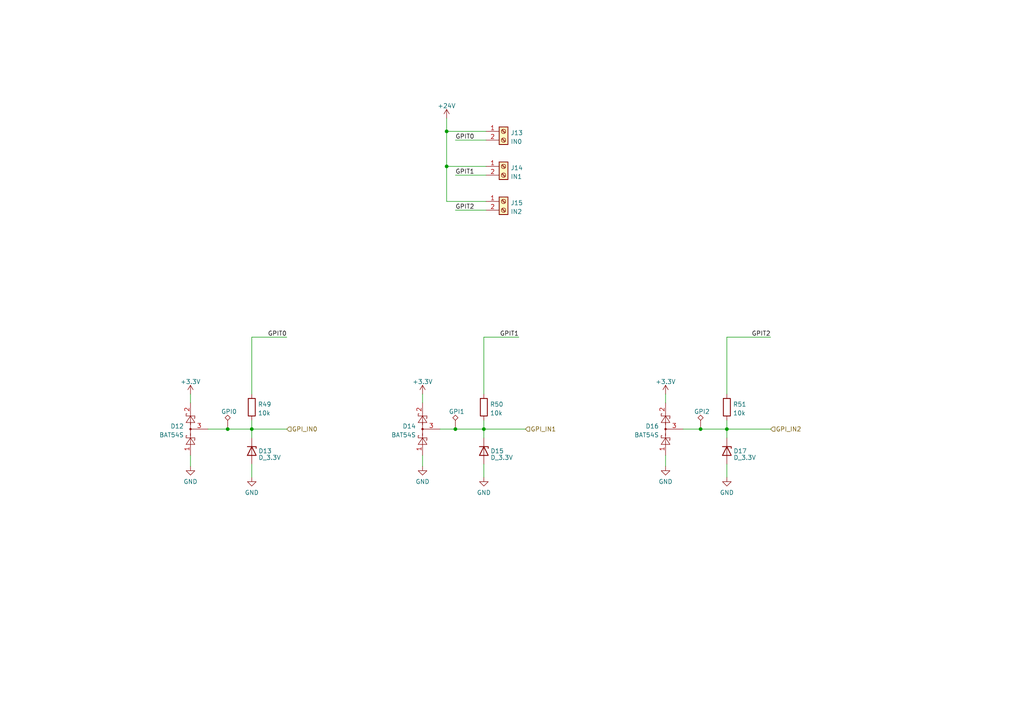
<source format=kicad_sch>
(kicad_sch (version 20211123) (generator eeschema)
  (paper "A4")
  (title_block (title "FloatPUMP Schematics") (date "2022-11-11") (rev "1.0") (company "robtor.de") (comment 1 "Controller board for up to 3 water pumps") (comment 2 "measuring capabilities with piezoresistive pressure sensors") (comment 3 "sensor input Range 4mA-20mA"))
  (lib_symbols
    (symbol "Connector:Screw_Terminal_01x02" (pin_names (offset 1.016) hide)
      (property "Reference" "J" (at 0 2.54 0))
      (property "Value" "Screw_Terminal_01x02" (at 0 -5.08 0))
      (symbol "Screw_Terminal_01x02_1_1"
        (rectangle (start -1.27 1.27) (end 1.27 -3.81) (stroke (width 0.254)) (fill (type background)))
        (circle (center 0 -2.54) (radius 0.635) (stroke (width 0.1524)))
        (polyline (pts (xy -0.5334 -2.2098) (xy 0.3302 -3.048)) (stroke (width 0.1524)))
        (polyline (pts (xy -0.5334 0.3302) (xy 0.3302 -0.508)) (stroke (width 0.1524)))
        (polyline (pts (xy -0.3556 -2.032) (xy 0.508 -2.8702)) (stroke (width 0.1524)))
        (polyline (pts (xy -0.3556 0.508) (xy 0.508 -0.3302)) (stroke (width 0.1524)))
        (circle (center 0 0) (radius 0.635) (stroke (width 0.1524)))
        (pin passive line (at -5.08 0 0) (length 3.81) (name "Pin_1") (number "1"))
        (pin passive line (at -5.08 -2.54 0) (length 3.81) (name "Pin_2") (number "2"))
      )
    )
    (symbol "Connector:TestPoint_Alt" (pin_numbers hide) (pin_names (offset 0.762) hide)
      (property "Reference" "TP" (at 0 6.858 0))
      (property "Value" "TestPoint_Alt" (at 0 5.08 0))
      (symbol "TestPoint_Alt_0_1"
        (polyline (pts (xy 0 2.54) (xy -0.762 3.302) (xy 0 4.064) (xy 0.762 3.302) (xy 0 2.54)))
      )
      (symbol "TestPoint_Alt_1_1"
        (pin passive line (at 0 0 90) (length 2.54) (name "1") (number "1"))
      )
    )
    (symbol "D_Zener_1" (pin_numbers hide) (pin_names (offset 1.016) hide)
      (property "Reference" "D?" (at 2.032 0.8347 90))
      (property "Value" "D_Zener_1" (at 2.032 -1.7022 90))
      (symbol "D_Zener_1_0_1"
        (polyline (pts (xy 1.27 0) (xy -1.27 0)))
        (polyline (pts (xy -1.27 -1.27) (xy -1.27 1.27) (xy -0.762 1.27)) (stroke (width 0.254)))
        (polyline (pts (xy 1.27 -1.27) (xy 1.27 1.27) (xy -1.27 0) (xy 1.27 -1.27)) (stroke (width 0.254)))
      )
      (symbol "D_Zener_1_1_1"
        (pin passive line (at 3.81 0 180) (length 2.54) (name "A") (number "1"))
        (pin passive line (at -3.81 0 0) (length 2.54) (name "K") (number "3"))
      )
    )
    (symbol "Device:R" (pin_numbers hide) (pin_names (offset 0))
      (property "Reference" "R" (at 2.032 0 90))
      (property "Value" "R" (at 0 0 90))
      (symbol "R_0_1"
        (rectangle (start -1.016 -2.54) (end 1.016 2.54) (stroke (width 0.254)))
      )
      (symbol "R_1_1"
        (pin passive line (at 0 3.81 270) (length 1.27) (name "~") (number "1"))
        (pin passive line (at 0 -3.81 90) (length 1.27) (name "~") (number "2"))
      )
    )
    (symbol "Diode:BAT54S" (pin_names (offset 1.016))
      (property "Reference" "D" (at 0.635 -3.81 0))
      (property "Value" "BAT54S" (at -6.35 3.175 0))
      (symbol "BAT54S_0_1"
        (polyline (pts (xy -3.81 0) (xy -1.27 0)))
        (polyline (pts (xy -3.175 -1.27) (xy -3.175 -1.016)))
        (polyline (pts (xy -2.54 -1.27) (xy -3.175 -1.27)))
        (polyline (pts (xy -2.54 -1.27) (xy -2.54 1.27)))
        (polyline (pts (xy -2.54 1.27) (xy -1.905 1.27)))
        (polyline (pts (xy -1.905 0) (xy 1.905 0)))
        (polyline (pts (xy -1.905 1.27) (xy -1.905 1.016)))
        (polyline (pts (xy 1.27 0) (xy 3.81 0)))
        (polyline (pts (xy 3.175 -1.27) (xy 3.175 -1.016)))
        (polyline (pts (xy 3.81 -1.27) (xy 3.175 -1.27)))
        (polyline (pts (xy 3.81 -1.27) (xy 3.81 1.27)))
        (polyline (pts (xy 3.81 1.27) (xy 4.445 1.27)))
        (polyline (pts (xy 4.445 1.27) (xy 4.445 1.016)))
        (polyline (pts (xy -4.445 1.27) (xy -4.445 -1.27) (xy -2.54 0) (xy -4.445 1.27)))
        (polyline (pts (xy 1.905 1.27) (xy 1.905 -1.27) (xy 3.81 0) (xy 1.905 1.27)))
        (circle (center 0 0) (radius 0.254) (fill (type outline)))
      )
      (symbol "BAT54S_1_1"
        (pin passive line (at -7.62 0 0) (length 3.81) (name "~") (number "1"))
        (pin passive line (at 7.62 0 180) (length 3.81) (name "~") (number "2"))
        (pin passive line (at 0 -5.08 90) (length 5.08) (name "~") (number "3"))
      )
    )
    (symbol "power:+24V" (power) (pin_names (offset 0))
      (property "Value" "+24V" (at 0 3.556 0))
      (symbol "+24V_0_1"
        (polyline (pts (xy -0.762 1.27) (xy 0 2.54)))
        (polyline (pts (xy 0 0) (xy 0 2.54)))
        (polyline (pts (xy 0 2.54) (xy 0.762 1.27)))
      )
      (symbol "+24V_1_1"
        (pin power_in line (at 0 0 90) (length 0) hide (name "+24V") (number "1"))
      )
    )
    (symbol "power:+3.3V" (power) (pin_names (offset 0))
      (property "Value" "+3.3V" (at 0 3.556 0))
      (symbol "+3.3V_0_1"
        (polyline (pts (xy -0.762 1.27) (xy 0 2.54)))
        (polyline (pts (xy 0 0) (xy 0 2.54)))
        (polyline (pts (xy 0 2.54) (xy 0.762 1.27)))
      )
      (symbol "+3.3V_1_1"
        (pin power_in line (at 0 0 90) (length 0) hide (name "+3.3V") (number "1"))
      )
    )
    (symbol "power:GND" (power) (pin_names (offset 0))
      (property "Value" "GND" (at 0 -3.81 0))
      (symbol "GND_0_1"
        (polyline (pts (xy 0 0) (xy 0 -1.27) (xy 1.27 -1.27) (xy 0 -2.54) (xy -1.27 -1.27) (xy 0 -1.27)))
      )
      (symbol "GND_1_1"
        (pin power_in line (at 0 0 270) (length 0) hide (name "GND") (number "1"))
      )
    )
  )
  (junction (at 203.2 124.46))
  (junction (at 66.04 124.46))
  (junction (at 73.025 124.46))
  (junction (at 129.54 38.1))
  (junction (at 129.54 48.26))
  (junction (at 132.08 124.46))
  (junction (at 210.82 124.46))
  (junction (at 140.335 124.46))
  (wire (pts (xy 140.97 58.42) (xy 129.54 58.42)))
  (wire (pts (xy 140.335 134.62) (xy 140.335 138.43)))
  (wire (pts (xy 210.82 114.3) (xy 210.82 97.79)))
  (wire (pts (xy 66.04 124.46) (xy 73.025 124.46)))
  (wire (pts (xy 129.54 38.1) (xy 129.54 48.26)))
  (wire (pts (xy 198.12 124.46) (xy 203.2 124.46)))
  (wire (pts (xy 132.08 60.96) (xy 140.97 60.96)))
  (wire (pts (xy 73.025 121.92) (xy 73.025 124.46)))
  (wire (pts (xy 140.335 121.92) (xy 140.335 124.46)))
  (wire (pts (xy 73.025 124.46) (xy 73.025 127)))
  (wire (pts (xy 122.555 114.3) (xy 122.555 116.84)))
  (wire (pts (xy 129.54 58.42) (xy 129.54 48.26)))
  (wire (pts (xy 73.025 124.46) (xy 83.185 124.46)))
  (wire (pts (xy 73.025 114.3) (xy 73.025 97.79)))
  (wire (pts (xy 210.82 124.46) (xy 210.82 127)))
  (wire (pts (xy 129.54 48.26) (xy 140.97 48.26)))
  (wire (pts (xy 210.82 124.46) (xy 223.52 124.46)))
  (wire (pts (xy 132.08 40.64) (xy 140.97 40.64)))
  (wire (pts (xy 55.245 114.3) (xy 55.245 116.84)))
  (wire (pts (xy 55.245 132.08) (xy 55.245 135.255)))
  (wire (pts (xy 210.82 121.92) (xy 210.82 124.46)))
  (wire (pts (xy 127.635 124.46) (xy 132.08 124.46)))
  (wire (pts (xy 140.97 38.1) (xy 129.54 38.1)))
  (wire (pts (xy 73.025 134.62) (xy 73.025 138.43)))
  (wire (pts (xy 60.325 124.46) (xy 66.04 124.46)))
  (wire (pts (xy 73.025 97.79) (xy 83.185 97.79)))
  (wire (pts (xy 210.82 97.79) (xy 223.52 97.79)))
  (wire (pts (xy 140.335 97.79) (xy 150.495 97.79)))
  (wire (pts (xy 129.54 34.29) (xy 129.54 38.1)))
  (wire (pts (xy 193.04 114.3) (xy 193.04 116.84)))
  (wire (pts (xy 203.2 124.46) (xy 210.82 124.46)))
  (wire (pts (xy 140.335 97.79) (xy 140.335 114.3)))
  (wire (pts (xy 132.08 50.8) (xy 140.97 50.8)))
  (wire (pts (xy 122.555 132.08) (xy 122.555 135.255)))
  (wire (pts (xy 140.335 124.46) (xy 152.4 124.46)))
  (wire (pts (xy 140.335 124.46) (xy 140.335 127)))
  (wire (pts (xy 132.08 124.46) (xy 140.335 124.46)))
  (wire (pts (xy 193.04 132.08) (xy 193.04 135.255)))
  (wire (pts (xy 210.82 134.62) (xy 210.82 138.43)))
  (label "GPIT1" (at 150.495 97.79 180))
  (label "GPIT1" (at 132.08 50.8 0))
  (label "GPIT0" (at 83.185 97.79 180))
  (label "GPIT0" (at 132.08 40.64 0))
  (label "GPIT2" (at 132.08 60.96 0))
  (label "GPIT2" (at 223.52 97.79 180))
  (hierarchical_label "GPI_IN0" (shape input) (at 83.185 124.46 0))
  (hierarchical_label "GPI_IN2" (shape input) (at 223.52 124.46 0))
  (hierarchical_label "GPI_IN1" (shape input) (at 152.4 124.46 0))
  (symbol (lib_id "power:+24V") (at 129.54 34.29 0) (unit 1)
    (property "Reference" "#PWR065" (effects hide))
    (property "Value" "+24V" (at 129.54 30.7142 0))
  )
  (symbol (lib_id "power:GND") (at 73.025 138.43 0) (unit 1)
    (property "Reference" "#PWR063" (effects hide))
    (property "Value" "GND" (at 73.025 142.8734 0))
  )
  (symbol (lib_name "D_Zener_1") (lib_id "Device:D_Zener") (at 210.82 130.81 270) (unit 1)
    (property "Reference" "D17" (at 212.725 130.81 90) (effects (justify left)))
    (property "Value" "D_3.3V" (at 212.725 132.715 90) (effects (justify left)))
    (property "Footprint" "Package_TO_SOT_SMD:SOT-23" (effects hide))
    (property "Datasheet" "https://datasheet.lcsc.com/lcsc/1809191825_LRC-LBZX84C3V3LT1G_C12745.pdf" (effects hide))
  )
  (symbol (lib_id "Connector:Screw_Terminal_01x02") (at 146.05 38.1 0) (unit 1)
    (property "Reference" "J13" (at 148.082 38.5353 0) (effects (justify left)))
    (property "Value" "IN0" (at 148.082 41.0722 0) (effects (justify left)))
    (property "Footprint" "Connector_PinHeader_2.54mm:PinHeader_1x02_P2.54mm_Vertical" (effects hide))
  )
  (symbol (lib_name "D_Zener_1") (lib_id "Device:D_Zener") (at 73.025 130.81 270) (unit 1)
    (property "Reference" "D13" (at 74.93 130.81 90) (effects (justify left)))
    (property "Value" "D_3.3V" (at 74.93 132.715 90) (effects (justify left)))
    (property "Footprint" "Package_TO_SOT_SMD:SOT-23" (effects hide))
    (property "Datasheet" "https://datasheet.lcsc.com/lcsc/1809191825_LRC-LBZX84C3V3LT1G_C12745.pdf" (effects hide))
  )
  (symbol (lib_id "Connector:TestPoint_Alt") (at 203.2 124.46 0) (unit 1)
    (property "Reference" "TP20" (effects hide))
    (property "Value" "GPI2" (at 201.295 119.38 0) (effects (justify left)))
    (property "Footprint" "TestPoint:TestPoint_Pad_D1.0mm" (effects hide))
  )
  (symbol (lib_id "Device:R") (at 210.82 118.11 0) (unit 1)
    (property "Reference" "R51" (at 212.598 117.2753 0) (effects (justify left)))
    (property "Value" "10k" (at 212.598 119.8122 0) (effects (justify left)))
    (property "Footprint" "Resistor_SMD:R_0603_1608Metric" (effects hide))
    (property "JLCPCB" "C238881" (effects hide))
  )
  (symbol (lib_id "Diode:BAT54S") (at 193.04 124.46 90) (unit 1)
    (property "Reference" "D16" (at 191.135 123.6253 90) (effects (justify left)))
    (property "Value" "BAT54S" (at 191.135 126.1622 90) (effects (justify left)))
    (property "Footprint" "Package_TO_SOT_SMD:SOT-23" (effects hide))
    (property "Datasheet" "https://www.diodes.com/assets/Datasheets/ds11005.pdf" (effects hide))
    (property "JLCPCB" "C2762214" (effects hide))
  )
  (symbol (lib_id "Connector:Screw_Terminal_01x02") (at 146.05 58.42 0) (unit 1)
    (property "Reference" "J15" (at 148.082 58.8553 0) (effects (justify left)))
    (property "Value" "IN2" (at 148.082 61.3922 0) (effects (justify left)))
    (property "Footprint" "Connector_PinHeader_2.54mm:PinHeader_1x02_P2.54mm_Vertical" (effects hide))
  )
  (symbol (lib_id "Connector:TestPoint_Alt") (at 132.08 124.46 0) (unit 1)
    (property "Reference" "TP19" (effects hide))
    (property "Value" "GPI1" (at 130.175 119.38 0) (effects (justify left)))
    (property "Footprint" "TestPoint:TestPoint_Pad_D1.0mm" (effects hide))
  )
  (symbol (lib_id "Device:R") (at 73.025 118.11 0) (unit 1)
    (property "Reference" "R49" (at 74.803 117.2753 0) (effects (justify left)))
    (property "Value" "10k" (at 74.803 119.8122 0) (effects (justify left)))
    (property "Footprint" "Resistor_SMD:R_0603_1608Metric" (effects hide))
    (property "JLCPCB" "C238881" (effects hide))
  )
  (symbol (lib_id "power:GND") (at 55.245 135.255 0) (unit 1)
    (property "Reference" "#PWR0106" (effects hide))
    (property "Value" "GND" (at 55.245 139.6984 0))
  )
  (symbol (lib_id "power:GND") (at 122.555 135.255 0) (unit 1)
    (property "Reference" "#PWR0104" (effects hide))
    (property "Value" "GND" (at 122.555 139.6984 0))
  )
  (symbol (lib_id "power:GND") (at 193.04 135.255 0) (unit 1)
    (property "Reference" "#PWR0109" (effects hide))
    (property "Value" "GND" (at 193.04 139.6984 0))
  )
  (symbol (lib_id "power:GND") (at 210.82 138.43 0) (unit 1)
    (property "Reference" "#PWR0108" (effects hide))
    (property "Value" "GND" (at 210.82 142.8734 0))
  )
  (symbol (lib_id "Diode:BAT54S") (at 122.555 124.46 90) (unit 1)
    (property "Reference" "D14" (at 120.65 123.6253 90) (effects (justify left)))
    (property "Value" "BAT54S" (at 120.65 126.1622 90) (effects (justify left)))
    (property "Footprint" "Package_TO_SOT_SMD:SOT-23" (effects hide))
    (property "Datasheet" "https://www.diodes.com/assets/Datasheets/ds11005.pdf" (effects hide))
    (property "JLCPCB" "C2762214" (effects hide))
  )
  (symbol (lib_id "power:+3.3V") (at 193.04 114.3 0) (unit 1)
    (property "Reference" "#PWR0110" (effects hide))
    (property "Value" "+3.3V" (at 193.04 110.7242 0))
  )
  (symbol (lib_name "D_Zener_1") (lib_id "Device:D_Zener") (at 140.335 130.81 270) (unit 1)
    (property "Reference" "D15" (at 142.24 130.81 90) (effects (justify left)))
    (property "Value" "D_3.3V" (at 142.24 132.715 90) (effects (justify left)))
    (property "Footprint" "Package_TO_SOT_SMD:SOT-23" (effects hide))
    (property "Datasheet" "https://datasheet.lcsc.com/lcsc/1809191825_LRC-LBZX84C3V3LT1G_C12745.pdf" (effects hide))
  )
  (symbol (lib_id "Connector:TestPoint_Alt") (at 66.04 124.46 0) (unit 1)
    (property "Reference" "TP18" (effects hide))
    (property "Value" "GPI0" (at 64.135 119.38 0) (effects (justify left)))
    (property "Footprint" "TestPoint:TestPoint_Pad_D1.0mm" (effects hide))
  )
  (symbol (lib_id "power:+3.3V") (at 55.245 114.3 0) (unit 1)
    (property "Reference" "#PWR0107" (effects hide))
    (property "Value" "+3.3V" (at 55.245 110.7242 0))
  )
  (symbol (lib_id "Connector:Screw_Terminal_01x02") (at 146.05 48.26 0) (unit 1)
    (property "Reference" "J14" (at 148.082 48.6953 0) (effects (justify left)))
    (property "Value" "IN1" (at 148.082 51.2322 0) (effects (justify left)))
    (property "Footprint" "Connector_PinHeader_2.54mm:PinHeader_1x02_P2.54mm_Vertical" (effects hide))
  )
  (symbol (lib_id "Diode:BAT54S") (at 55.245 124.46 90) (unit 1)
    (property "Reference" "D12" (at 53.34 123.6253 90) (effects (justify left)))
    (property "Value" "BAT54S" (at 53.34 126.1622 90) (effects (justify left)))
    (property "Footprint" "Package_TO_SOT_SMD:SOT-23" (effects hide))
    (property "Datasheet" "https://www.diodes.com/assets/Datasheets/ds11005.pdf" (effects hide))
    (property "JLCPCB" "C2762214" (effects hide))
  )
  (symbol (lib_id "power:+3.3V") (at 122.555 114.3 0) (unit 1)
    (property "Reference" "#PWR0105" (effects hide))
    (property "Value" "+3.3V" (at 122.555 110.7242 0))
  )
  (symbol (lib_id "Device:R") (at 140.335 118.11 0) (unit 1)
    (property "Reference" "R50" (at 142.113 117.2753 0) (effects (justify left)))
    (property "Value" "10k" (at 142.113 119.8122 0) (effects (justify left)))
    (property "Footprint" "Resistor_SMD:R_0603_1608Metric" (effects hide))
    (property "JLCPCB" "C238881" (effects hide))
  )
  (symbol (lib_id "power:GND") (at 140.335 138.43 0) (unit 1)
    (property "Reference" "#PWR0103" (effects hide))
    (property "Value" "GND" (at 140.335 142.8734 0))
  )
)
</source>
